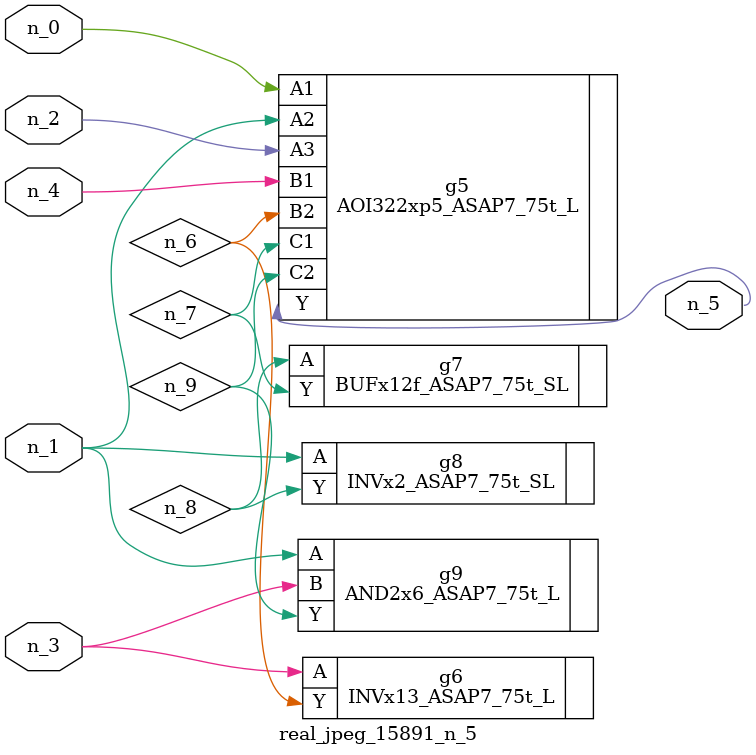
<source format=v>
module real_jpeg_15891_n_5 (n_4, n_0, n_1, n_2, n_3, n_5);

input n_4;
input n_0;
input n_1;
input n_2;
input n_3;

output n_5;

wire n_8;
wire n_6;
wire n_7;
wire n_9;

AOI322xp5_ASAP7_75t_L g5 ( 
.A1(n_0),
.A2(n_1),
.A3(n_2),
.B1(n_4),
.B2(n_6),
.C1(n_7),
.C2(n_9),
.Y(n_5)
);

INVx2_ASAP7_75t_SL g8 ( 
.A(n_1),
.Y(n_8)
);

AND2x6_ASAP7_75t_L g9 ( 
.A(n_1),
.B(n_3),
.Y(n_9)
);

INVx13_ASAP7_75t_L g6 ( 
.A(n_3),
.Y(n_6)
);

BUFx12f_ASAP7_75t_SL g7 ( 
.A(n_8),
.Y(n_7)
);


endmodule
</source>
